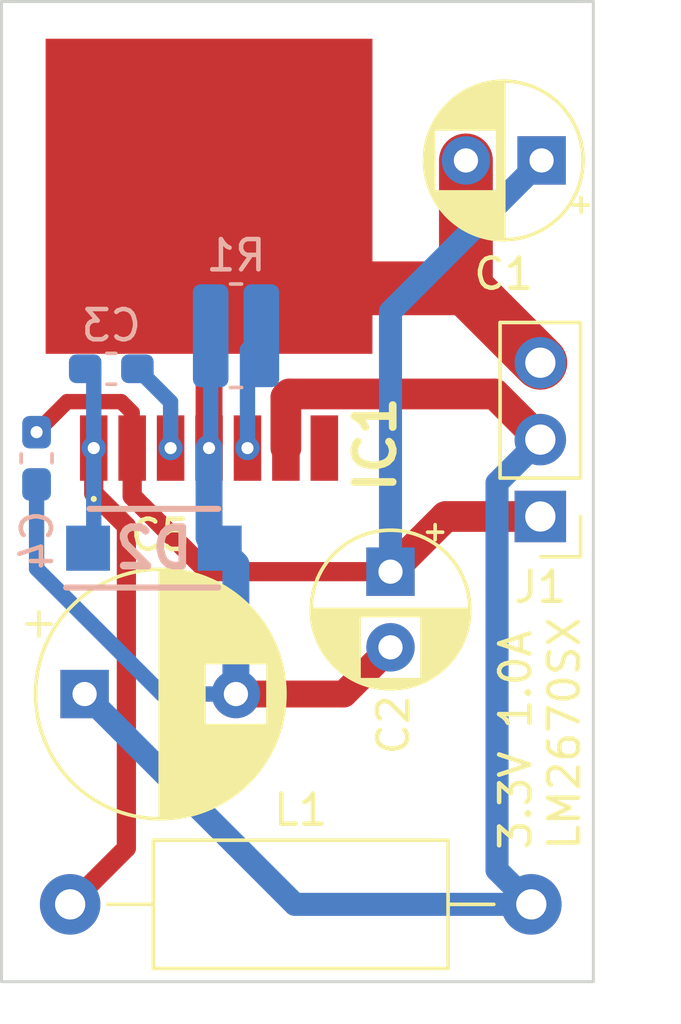
<source format=kicad_pcb>
(kicad_pcb (version 20221018) (generator pcbnew)
  (layers (0 "F.Cu" signal) (31 "B.Cu" signal) (34 "B.Paste" user) (35 "F.Paste" user) (36 "B.SilkS" user "B.Silkscreen") (37 "F.SilkS" user "F.Silkscreen") (38 "B.Mask" user) (39 "F.Mask" user) (44 "Edge.Cuts" user))
  (net 0 "")
  (net 1 "+VDC")
  (net 2 "GND")
  (net 3 "Net-(IC1-CBOOST{slash}CB)")
  (net 4 "Net-(IC1-SWITCH_OUTPUT)")
  (net 5 "+3V3")
  (net 6 "Net-(IC1-SYNC)")
  (footprint "Connector_PinHeader_2.54mm:PinHeader_1x03_P2.54mm_Vertical" (layer "F.Cu") (at 188.7477 101.4702 180)
    (fp_text reference "J1" (at 0 -2.33 180) (layer "F.SilkS"))
    (fp_text value "Conn_01x03")
    (fp_line (start -1.33 -1.33) (end 0 -1.33) (stroke (width 0.12)) (layer "F.SilkS"))
    (fp_line (start -1.33 0) (end -1.33 -1.33) (stroke (width 0.12)) (layer "F.SilkS"))
    (fp_line (start -1.33 1.27) (end -1.33 6.41) (stroke (width 0.12)) (layer "F.SilkS"))
    (fp_line (start -1.33 1.27) (end 1.33 1.27) (stroke (width 0.12)) (layer "F.SilkS"))
    (fp_line (start -1.33 6.41) (end 1.33 6.41) (stroke (width 0.12)) (layer "F.SilkS"))
    (fp_line (start 1.33 1.27) (end 1.33 6.41) (stroke (width 0.12)) (layer "F.SilkS"))
    (pad "1" thru_hole rect (at 0 0 180) (size 1.7 1.7) (drill 1) (layers "*.Cu" "*.Mask") (net 1 "+VDC"))
    (pad "2" thru_hole oval (at 0 2.54 180) (size 1.7 1.7) (drill 1) (layers "*.Cu" "*.Mask") (net 5 "+3V3"))
    (pad "3" thru_hole oval (at 0 5.08 180) (size 1.7 1.7) (drill 1) (layers "*.Cu" "*.Mask") (net 2 "GND"))
  )
  (footprint "Capacitor_THT:CP_Radial_D5.0mm_P2.50mm" (layer "F.Cu") (at 183.796514 103.293055 -90)
    (fp_text reference "C2" (at 5.063043 -0.099899 90) (layer "F.SilkS"))
    (fp_text value "15uF")
    (fp_line (start -1.554775 -1.475) (end -1.054775 -1.475) (stroke (width 0.12)) (layer "F.SilkS"))
    (fp_line (start -1.304775 -1.725) (end -1.304775 -1.225) (stroke (width 0.12)) (layer "F.SilkS"))
    (fp_line (start 1.25 -2.58) (end 1.25 2.58) (stroke (width 0.12)) (layer "F.SilkS"))
    (fp_line (start 1.29 -2.58) (end 1.29 2.58) (stroke (width 0.12)) (layer "F.SilkS"))
    (fp_line (start 1.33 -2.579) (end 1.33 2.579) (stroke (width 0.12)) (layer "F.SilkS"))
    (fp_line (start 1.37 -2.578) (end 1.37 2.578) (stroke (width 0.12)) (layer "F.SilkS"))
    (fp_line (start 1.41 -2.576) (end 1.41 2.576) (stroke (width 0.12)) (layer "F.SilkS"))
    (fp_line (start 1.45 -2.573) (end 1.45 2.573) (stroke (width 0.12)) (layer "F.SilkS"))
    (fp_line (start 1.49 -2.569) (end 1.49 -1.04) (stroke (width 0.12)) (layer "F.SilkS"))
    (fp_line (start 1.49 1.04) (end 1.49 2.569) (stroke (width 0.12)) (layer "F.SilkS"))
    (fp_line (start 1.53 -2.565) (end 1.53 -1.04) (stroke (width 0.12)) (layer "F.SilkS"))
    (fp_line (start 1.53 1.04) (end 1.53 2.565) (stroke (width 0.12)) (layer "F.SilkS"))
    (fp_line (start 1.57 -2.561) (end 1.57 -1.04) (stroke (width 0.12)) (layer "F.SilkS"))
    (fp_line (start 1.57 1.04) (end 1.57 2.561) (stroke (width 0.12)) (layer "F.SilkS"))
    (fp_line (start 1.61 -2.556) (end 1.61 -1.04) (stroke (width 0.12)) (layer "F.SilkS"))
    (fp_line (start 1.61 1.04) (end 1.61 2.556) (stroke (width 0.12)) (layer "F.SilkS"))
    (fp_line (start 1.65 -2.55) (end 1.65 -1.04) (stroke (width 0.12)) (layer "F.SilkS"))
    (fp_line (start 1.65 1.04) (end 1.65 2.55) (stroke (width 0.12)) (layer "F.SilkS"))
    (fp_line (start 1.69 -2.543) (end 1.69 -1.04) (stroke (width 0.12)) (layer "F.SilkS"))
    (fp_line (start 1.69 1.04) (end 1.69 2.543) (stroke (width 0.12)) (layer "F.SilkS"))
    (fp_line (start 1.73 -2.536) (end 1.73 -1.04) (stroke (width 0.12)) (layer "F.SilkS"))
    (fp_line (start 1.73 1.04) (end 1.73 2.536) (stroke (width 0.12)) (layer "F.SilkS"))
    (fp_line (start 1.77 -2.528) (end 1.77 -1.04) (stroke (width 0.12)) (layer "F.SilkS"))
    (fp_line (start 1.77 1.04) (end 1.77 2.528) (stroke (width 0.12)) (layer "F.SilkS"))
    (fp_line (start 1.81 -2.52) (end 1.81 -1.04) (stroke (width 0.12)) (layer "F.SilkS"))
    (fp_line (start 1.81 1.04) (end 1.81 2.52) (stroke (width 0.12)) (layer "F.SilkS"))
    (fp_line (start 1.85 -2.511) (end 1.85 -1.04) (stroke (width 0.12)) (layer "F.SilkS"))
    (fp_line (start 1.85 1.04) (end 1.85 2.511) (stroke (width 0.12)) (layer "F.SilkS"))
    (fp_line (start 1.89 -2.501) (end 1.89 -1.04) (stroke (width 0.12)) (layer "F.SilkS"))
    (fp_line (start 1.89 1.04) (end 1.89 2.501) (stroke (width 0.12)) (layer "F.SilkS"))
    (fp_line (start 1.93 -2.491) (end 1.93 -1.04) (stroke (width 0.12)) (layer "F.SilkS"))
    (fp_line (start 1.93 1.04) (end 1.93 2.491) (stroke (width 0.12)) (layer "F.SilkS"))
    (fp_line (start 1.971 -2.48) (end 1.971 -1.04) (stroke (width 0.12)) (layer "F.SilkS"))
    (fp_line (start 1.971 1.04) (end 1.971 2.48) (stroke (width 0.12)) (layer "F.SilkS"))
    (fp_line (start 2.011 -2.468) (end 2.011 -1.04) (stroke (width 0.12)) (layer "F.SilkS"))
    (fp_line (start 2.011 1.04) (end 2.011 2.468) (stroke (width 0.12)) (layer "F.SilkS"))
    (fp_line (start 2.051 -2.455) (end 2.051 -1.04) (stroke (width 0.12)) (layer "F.SilkS"))
    (fp_line (start 2.051 1.04) (end 2.051 2.455) (stroke (width 0.12)) (layer "F.SilkS"))
    (fp_line (start 2.091 -2.442) (end 2.091 -1.04) (stroke (width 0.12)) (layer "F.SilkS"))
    (fp_line (start 2.091 1.04) (end 2.091 2.442) (stroke (width 0.12)) (layer "F.SilkS"))
    (fp_line (start 2.131 -2.428) (end 2.131 -1.04) (stroke (width 0.12)) (layer "F.SilkS"))
    (fp_line (start 2.131 1.04) (end 2.131 2.428) (stroke (width 0.12)) (layer "F.SilkS"))
    (fp_line (start 2.171 -2.414) (end 2.171 -1.04) (stroke (width 0.12)) (layer "F.SilkS"))
    (fp_line (start 2.171 1.04) (end 2.171 2.414) (stroke (width 0.12)) (layer "F.SilkS"))
    (fp_line (start 2.211 -2.398) (end 2.211 -1.04) (stroke (width 0.12)) (layer "F.SilkS"))
    (fp_line (start 2.211 1.04) (end 2.211 2.398) (stroke (width 0.12)) (layer "F.SilkS"))
    (fp_line (start 2.251 -2.382) (end 2.251 -1.04) (stroke (width 0.12)) (layer "F.SilkS"))
    (fp_line (start 2.251 1.04) (end 2.251 2.382) (stroke (width 0.12)) (layer "F.SilkS"))
    (fp_line (start 2.291 -2.365) (end 2.291 -1.04) (stroke (width 0.12)) (layer "F.SilkS"))
    (fp_line (start 2.291 1.04) (end 2.291 2.365) (stroke (width 0.12)) (layer "F.SilkS"))
    (fp_line (start 2.331 -2.348) (end 2.331 -1.04) (stroke (width 0.12)) (layer "F.SilkS"))
    (fp_line (start 2.331 1.04) (end 2.331 2.348) (stroke (width 0.12)) (layer "F.SilkS"))
    (fp_line (start 2.371 -2.329) (end 2.371 -1.04) (stroke (width 0.12)) (layer "F.SilkS"))
    (fp_line (start 2.371 1.04) (end 2.371 2.329) (stroke (width 0.12)) (layer "F.SilkS"))
    (fp_line (start 2.411 -2.31) (end 2.411 -1.04) (stroke (width 0.12)) (layer "F.SilkS"))
    (fp_line (start 2.411 1.04) (end 2.411 2.31) (stroke (width 0.12)) (layer "F.SilkS"))
    (fp_line (start 2.451 -2.29) (end 2.451 -1.04) (stroke (width 0.12)) (layer "F.SilkS"))
    (fp_line (start 2.451 1.04) (end 2.451 2.29) (stroke (width 0.12)) (layer "F.SilkS"))
    (fp_line (start 2.491 -2.268) (end 2.491 -1.04) (stroke (width 0.12)) (layer "F.SilkS"))
    (fp_line (start 2.491 1.04) (end 2.491 2.268) (stroke (width 0.12)) (layer "F.SilkS"))
    (fp_line (start 2.531 -2.247) (end 2.531 -1.04) (stroke (width 0.12)) (layer "F.SilkS"))
    (fp_line (start 2.531 1.04) (end 2.531 2.247) (stroke (width 0.12)) (layer "F.SilkS"))
    (fp_line (start 2.571 -2.224) (end 2.571 -1.04) (stroke (width 0.12)) (layer "F.SilkS"))
    (fp_line (start 2.571 1.04) (end 2.571 2.224) (stroke (width 0.12)) (layer "F.SilkS"))
    (fp_line (start 2.611 -2.2) (end 2.611 -1.04) (stroke (width 0.12)) (layer "F.SilkS"))
    (fp_line (start 2.611 1.04) (end 2.611 2.2) (stroke (width 0.12)) (layer "F.SilkS"))
    (fp_line (start 2.651 -2.175) (end 2.651 -1.04) (stroke (width 0.12)) (layer "F.SilkS"))
    (fp_line (start 2.651 1.04) (end 2.651 2.175) (stroke (width 0.12)) (layer "F.SilkS"))
    (fp_line (start 2.691 -2.149) (end 2.691 -1.04) (stroke (width 0.12)) (layer "F.SilkS"))
    (fp_line (start 2.691 1.04) (end 2.691 2.149) (stroke (width 0.12)) (layer "F.SilkS"))
    (fp_line (start 2.731 -2.122) (end 2.731 -1.04) (stroke (width 0.12)) (layer "F.SilkS"))
    (fp_line (start 2.731 1.04) (end 2.731 2.122) (stroke (width 0.12)) (layer "F.SilkS"))
    (fp_line (start 2.771 -2.095) (end 2.771 -1.04) (stroke (width 0.12)) (layer "F.SilkS"))
    (fp_line (start 2.771 1.04) (end 2.771 2.095) (stroke (width 0.12)) (layer "F.SilkS"))
    (fp_line (start 2.811 -2.065) (end 2.811 -1.04) (stroke (width 0.12)) (layer "F.SilkS"))
    (fp_line (start 2.811 1.04) (end 2.811 2.065) (stroke (width 0.12)) (layer "F.SilkS"))
    (fp_line (start 2.851 -2.035) (end 2.851 -1.04) (stroke (width 0.12)) (layer "F.SilkS"))
    (fp_line (start 2.851 1.04) (end 2.851 2.035) (stroke (width 0.12)) (layer "F.SilkS"))
    (fp_line (start 2.891 -2.004) (end 2.891 -1.04) (stroke (width 0.12)) (layer "F.SilkS"))
    (fp_line (start 2.891 1.04) (end 2.891 2.004) (stroke (width 0.12)) (layer "F.SilkS"))
    (fp_line (start 2.931 -1.971) (end 2.931 -1.04) (stroke (width 0.12)) (layer "F.SilkS"))
    (fp_line (start 2.931 1.04) (end 2.931 1.971) (stroke (width 0.12)) (layer "F.SilkS"))
    (fp_line (start 2.971 -1.937) (end 2.971 -1.04) (stroke (width 0.12)) (layer "F.SilkS"))
    (fp_line (start 2.971 1.04) (end 2.971 1.937) (stroke (width 0.12)) (layer "F.SilkS"))
    (fp_line (start 3.011 -1.901) (end 3.011 -1.04) (stroke (width 0.12)) (layer "F.SilkS"))
    (fp_line (start 3.011 1.04) (end 3.011 1.901) (stroke (width 0.12)) (layer "F.SilkS"))
    (fp_line (start 3.051 -1.864) (end 3.051 -1.04) (stroke (width 0.12)) (layer "F.SilkS"))
    (fp_line (start 3.051 1.04) (end 3.051 1.864) (stroke (width 0.12)) (layer "F.SilkS"))
    (fp_line (start 3.091 -1.826) (end 3.091 -1.04) (stroke (width 0.12)) (layer "F.SilkS"))
    (fp_line (start 3.091 1.04) (end 3.091 1.826) (stroke (width 0.12)) (layer "F.SilkS"))
    (fp_line (start 3.131 -1.785) (end 3.131 -1.04) (stroke (width 0.12)) (layer "F.SilkS"))
    (fp_line (start 3.131 1.04) (end 3.131 1.785) (stroke (width 0.12)) (layer "F.SilkS"))
    (fp_line (start 3.171 -1.743) (end 3.171 -1.04) (stroke (width 0.12)) (layer "F.SilkS"))
    (fp_line (start 3.171 1.04) (end 3.171 1.743) (stroke (width 0.12)) (layer "F.SilkS"))
    (fp_line (start 3.211 -1.699) (end 3.211 -1.04) (stroke (width 0.12)) (layer "F.SilkS"))
    (fp_line (start 3.211 1.04) (end 3.211 1.699) (stroke (width 0.12)) (layer "F.SilkS"))
    (fp_line (start 3.251 -1.653) (end 3.251 -1.04) (stroke (width 0.12)) (layer "F.SilkS"))
    (fp_line (start 3.251 1.04) (end 3.251 1.653) (stroke (width 0.12)) (layer "F.SilkS"))
    (fp_line (start 3.291 -1.605) (end 3.291 -1.04) (stroke (width 0.12)) (layer "F.SilkS"))
    (fp_line (start 3.291 1.04) (end 3.291 1.605) (stroke (width 0.12)) (layer "F.SilkS"))
    (fp_line (start 3.331 -1.554) (end 3.331 -1.04) (stroke (width 0.12)) (layer "F.SilkS"))
    (fp_line (start 3.331 1.04) (end 3.331 1.554) (stroke (width 0.12)) (layer "F.SilkS"))
    (fp_line (start 3.371 -1.5) (end 3.371 -1.04) (stroke (width 0.12)) (layer "F.SilkS"))
    (fp_line (start 3.371 1.04) (end 3.371 1.5) (stroke (width 0.12)) (layer "F.SilkS"))
    (fp_line (start 3.411 -1.443) (end 3.411 -1.04) (stroke (width 0.12)) (layer "F.SilkS"))
    (fp_line (start 3.411 1.04) (end 3.411 1.443) (stroke (width 0.12)) (layer "F.SilkS"))
    (fp_line (start 3.451 -1.383) (end 3.451 -1.04) (stroke (width 0.12)) (layer "F.SilkS"))
    (fp_line (start 3.451 1.04) (end 3.451 1.383) (stroke (width 0.12)) (layer "F.SilkS"))
    (fp_line (start 3.491 -1.319) (end 3.491 -1.04) (stroke (width 0.12)) (layer "F.SilkS"))
    (fp_line (start 3.491 1.04) (end 3.491 1.319) (stroke (width 0.12)) (layer "F.SilkS"))
    (fp_line (start 3.531 -1.251) (end 3.531 -1.04) (stroke (width 0.12)) (layer "F.SilkS"))
    (fp_line (start 3.531 1.04) (end 3.531 1.251) (stroke (width 0.12)) (layer "F.SilkS"))
    (fp_line (start 3.571 -1.178) (end 3.571 1.178) (stroke (width 0.12)) (layer "F.SilkS"))
    (fp_line (start 3.611 -1.098) (end 3.611 1.098) (stroke (width 0.12)) (layer "F.SilkS"))
    (fp_line (start 3.651 -1.011) (end 3.651 1.011) (stroke (width 0.12)) (layer "F.SilkS"))
    (fp_line (start 3.691 -0.915) (end 3.691 0.915) (stroke (width 0.12)) (layer "F.SilkS"))
    (fp_line (start 3.731 -0.805) (end 3.731 0.805) (stroke (width 0.12)) (layer "F.SilkS"))
    (fp_line (start 3.771 -0.677) (end 3.771 0.677) (stroke (width 0.12)) (layer "F.SilkS"))
    (fp_line (start 3.811 -0.518) (end 3.811 0.518) (stroke (width 0.12)) (layer "F.SilkS"))
    (fp_line (start 3.851 -0.284) (end 3.851 0.284) (stroke (width 0.12)) (layer "F.SilkS"))
    (fp_circle (center 1.25 0) (end 3.87 0) (stroke (width 0.12)) (fill none) (layer "F.SilkS"))
    (pad "1" thru_hole rect (at 0 0 270) (size 1.6 1.6) (drill 0.8) (layers "*.Cu" "*.Mask") (net 1 "+VDC"))
    (pad "2" thru_hole circle (at 2.5 0 270) (size 1.6 1.6) (drill 0.8) (layers "*.Cu" "*.Mask") (net 2 "GND"))
  )
  (footprint "Capacitor_THT:CP_Radial_D5.0mm_P2.50mm" (layer "F.Cu") (at 188.788945 89.705684 180)
    (fp_text reference "C1" (at 1.25 -3.75) (layer "F.SilkS"))
    (fp_text value "15uF")
    (fp_line (start -1.554775 -1.475) (end -1.054775 -1.475) (stroke (width 0.12)) (layer "F.SilkS"))
    (fp_line (start -1.304775 -1.725) (end -1.304775 -1.225) (stroke (width 0.12)) (layer "F.SilkS"))
    (fp_line (start 1.25 -2.58) (end 1.25 2.58) (stroke (width 0.12)) (layer "F.SilkS"))
    (fp_line (start 1.29 -2.58) (end 1.29 2.58) (stroke (width 0.12)) (layer "F.SilkS"))
    (fp_line (start 1.33 -2.579) (end 1.33 2.579) (stroke (width 0.12)) (layer "F.SilkS"))
    (fp_line (start 1.37 -2.578) (end 1.37 2.578) (stroke (width 0.12)) (layer "F.SilkS"))
    (fp_line (start 1.41 -2.576) (end 1.41 2.576) (stroke (width 0.12)) (layer "F.SilkS"))
    (fp_line (start 1.45 -2.573) (end 1.45 2.573) (stroke (width 0.12)) (layer "F.SilkS"))
    (fp_line (start 1.49 -2.569) (end 1.49 -1.04) (stroke (width 0.12)) (layer "F.SilkS"))
    (fp_line (start 1.49 1.04) (end 1.49 2.569) (stroke (width 0.12)) (layer "F.SilkS"))
    (fp_line (start 1.53 -2.565) (end 1.53 -1.04) (stroke (width 0.12)) (layer "F.SilkS"))
    (fp_line (start 1.53 1.04) (end 1.53 2.565) (stroke (width 0.12)) (layer "F.SilkS"))
    (fp_line (start 1.57 -2.561) (end 1.57 -1.04) (stroke (width 0.12)) (layer "F.SilkS"))
    (fp_line (start 1.57 1.04) (end 1.57 2.561) (stroke (width 0.12)) (layer "F.SilkS"))
    (fp_line (start 1.61 -2.556) (end 1.61 -1.04) (stroke (width 0.12)) (layer "F.SilkS"))
    (fp_line (start 1.61 1.04) (end 1.61 2.556) (stroke (width 0.12)) (layer "F.SilkS"))
    (fp_line (start 1.65 -2.55) (end 1.65 -1.04) (stroke (width 0.12)) (layer "F.SilkS"))
    (fp_line (start 1.65 1.04) (end 1.65 2.55) (stroke (width 0.12)) (layer "F.SilkS"))
    (fp_line (start 1.69 -2.543) (end 1.69 -1.04) (stroke (width 0.12)) (layer "F.SilkS"))
    (fp_line (start 1.69 1.04) (end 1.69 2.543) (stroke (width 0.12)) (layer "F.SilkS"))
    (fp_line (start 1.73 -2.536) (end 1.73 -1.04) (stroke (width 0.12)) (layer "F.SilkS"))
    (fp_line (start 1.73 1.04) (end 1.73 2.536) (stroke (width 0.12)) (layer "F.SilkS"))
    (fp_line (start 1.77 -2.528) (end 1.77 -1.04) (stroke (width 0.12)) (layer "F.SilkS"))
    (fp_line (start 1.77 1.04) (end 1.77 2.528) (stroke (width 0.12)) (layer "F.SilkS"))
    (fp_line (start 1.81 -2.52) (end 1.81 -1.04) (stroke (width 0.12)) (layer "F.SilkS"))
    (fp_line (start 1.81 1.04) (end 1.81 2.52) (stroke (width 0.12)) (layer "F.SilkS"))
    (fp_line (start 1.85 -2.511) (end 1.85 -1.04) (stroke (width 0.12)) (layer "F.SilkS"))
    (fp_line (start 1.85 1.04) (end 1.85 2.511) (stroke (width 0.12)) (layer "F.SilkS"))
    (fp_line (start 1.89 -2.501) (end 1.89 -1.04) (stroke (width 0.12)) (layer "F.SilkS"))
    (fp_line (start 1.89 1.04) (end 1.89 2.501) (stroke (width 0.12)) (layer "F.SilkS"))
    (fp_line (start 1.93 -2.491) (end 1.93 -1.04) (stroke (width 0.12)) (layer "F.SilkS"))
    (fp_line (start 1.93 1.04) (end 1.93 2.491) (stroke (width 0.12)) (layer "F.SilkS"))
    (fp_line (start 1.971 -2.48) (end 1.971 -1.04) (stroke (width 0.12)) (layer "F.SilkS"))
    (fp_line (start 1.971 1.04) (end 1.971 2.48) (stroke (width 0.12)) (layer "F.SilkS"))
    (fp_line (start 2.011 -2.468) (end 2.011 -1.04) (stroke (width 0.12)) (layer "F.SilkS"))
    (fp_line (start 2.011 1.04) (end 2.011 2.468) (stroke (width 0.12)) (layer "F.SilkS"))
    (fp_line (start 2.051 -2.455) (end 2.051 -1.04) (stroke (width 0.12)) (layer "F.SilkS"))
    (fp_line (start 2.051 1.04) (end 2.051 2.455) (stroke (width 0.12)) (layer "F.SilkS"))
    (fp_line (start 2.091 -2.442) (end 2.091 -1.04) (stroke (width 0.12)) (layer "F.SilkS"))
    (fp_line (start 2.091 1.04) (end 2.091 2.442) (stroke (width 0.12)) (layer "F.SilkS"))
    (fp_line (start 2.131 -2.428) (end 2.131 -1.04) (stroke (width 0.12)) (layer "F.SilkS"))
    (fp_line (start 2.131 1.04) (end 2.131 2.428) (stroke (width 0.12)) (layer "F.SilkS"))
    (fp_line (start 2.171 -2.414) (end 2.171 -1.04) (stroke (width 0.12)) (layer "F.SilkS"))
    (fp_line (start 2.171 1.04) (end 2.171 2.414) (stroke (width 0.12)) (layer "F.SilkS"))
    (fp_line (start 2.211 -2.398) (end 2.211 -1.04) (stroke (width 0.12)) (layer "F.SilkS"))
    (fp_line (start 2.211 1.04) (end 2.211 2.398) (stroke (width 0.12)) (layer "F.SilkS"))
    (fp_line (start 2.251 -2.382) (end 2.251 -1.04) (stroke (width 0.12)) (layer "F.SilkS"))
    (fp_line (start 2.251 1.04) (end 2.251 2.382) (stroke (width 0.12)) (layer "F.SilkS"))
    (fp_line (start 2.291 -2.365) (end 2.291 -1.04) (stroke (width 0.12)) (layer "F.SilkS"))
    (fp_line (start 2.291 1.04) (end 2.291 2.365) (stroke (width 0.12)) (layer "F.SilkS"))
    (fp_line (start 2.331 -2.348) (end 2.331 -1.04) (stroke (width 0.12)) (layer "F.SilkS"))
    (fp_line (start 2.331 1.04) (end 2.331 2.348) (stroke (width 0.12)) (layer "F.SilkS"))
    (fp_line (start 2.371 -2.329) (end 2.371 -1.04) (stroke (width 0.12)) (layer "F.SilkS"))
    (fp_line (start 2.371 1.04) (end 2.371 2.329) (stroke (width 0.12)) (layer "F.SilkS"))
    (fp_line (start 2.411 -2.31) (end 2.411 -1.04) (stroke (width 0.12)) (layer "F.SilkS"))
    (fp_line (start 2.411 1.04) (end 2.411 2.31) (stroke (width 0.12)) (layer "F.SilkS"))
    (fp_line (start 2.451 -2.29) (end 2.451 -1.04) (stroke (width 0.12)) (layer "F.SilkS"))
    (fp_line (start 2.451 1.04) (end 2.451 2.29) (stroke (width 0.12)) (layer "F.SilkS"))
    (fp_line (start 2.491 -2.268) (end 2.491 -1.04) (stroke (width 0.12)) (layer "F.SilkS"))
    (fp_line (start 2.491 1.04) (end 2.491 2.268) (stroke (width 0.12)) (layer "F.SilkS"))
    (fp_line (start 2.531 -2.247) (end 2.531 -1.04) (stroke (width 0.12)) (layer "F.SilkS"))
    (fp_line (start 2.531 1.04) (end 2.531 2.247) (stroke (width 0.12)) (layer "F.SilkS"))
    (fp_line (start 2.571 -2.224) (end 2.571 -1.04) (stroke (width 0.12)) (layer "F.SilkS"))
    (fp_line (start 2.571 1.04) (end 2.571 2.224) (stroke (width 0.12)) (layer "F.SilkS"))
    (fp_line (start 2.611 -2.2) (end 2.611 -1.04) (stroke (width 0.12)) (layer "F.SilkS"))
    (fp_line (start 2.611 1.04) (end 2.611 2.2) (stroke (width 0.12)) (layer "F.SilkS"))
    (fp_line (start 2.651 -2.175) (end 2.651 -1.04) (stroke (width 0.12)) (layer "F.SilkS"))
    (fp_line (start 2.651 1.04) (end 2.651 2.175) (stroke (width 0.12)) (layer "F.SilkS"))
    (fp_line (start 2.691 -2.149) (end 2.691 -1.04) (stroke (width 0.12)) (layer "F.SilkS"))
    (fp_line (start 2.691 1.04) (end 2.691 2.149) (stroke (width 0.12)) (layer "F.SilkS"))
    (fp_line (start 2.731 -2.122) (end 2.731 -1.04) (stroke (width 0.12)) (layer "F.SilkS"))
    (fp_line (start 2.731 1.04) (end 2.731 2.122) (stroke (width 0.12)) (layer "F.SilkS"))
    (fp_line (start 2.771 -2.095) (end 2.771 -1.04) (stroke (width 0.12)) (layer "F.SilkS"))
    (fp_line (start 2.771 1.04) (end 2.771 2.095) (stroke (width 0.12)) (layer "F.SilkS"))
    (fp_line (start 2.811 -2.065) (end 2.811 -1.04) (stroke (width 0.12)) (layer "F.SilkS"))
    (fp_line (start 2.811 1.04) (end 2.811 2.065) (stroke (width 0.12)) (layer "F.SilkS"))
    (fp_line (start 2.851 -2.035) (end 2.851 -1.04) (stroke (width 0.12)) (layer "F.SilkS"))
    (fp_line (start 2.851 1.04) (end 2.851 2.035) (stroke (width 0.12)) (layer "F.SilkS"))
    (fp_line (start 2.891 -2.004) (end 2.891 -1.04) (stroke (width 0.12)) (layer "F.SilkS"))
    (fp_line (start 2.891 1.04) (end 2.891 2.004) (stroke (width 0.12)) (layer "F.SilkS"))
    (fp_line (start 2.931 -1.971) (end 2.931 -1.04) (stroke (width 0.12)) (layer "F.SilkS"))
    (fp_line (start 2.931 1.04) (end 2.931 1.971) (stroke (width 0.12)) (layer "F.SilkS"))
    (fp_line (start 2.971 -1.937) (end 2.971 -1.04) (stroke (width 0.12)) (layer "F.SilkS"))
    (fp_line (start 2.971 1.04) (end 2.971 1.937) (stroke (width 0.12)) (layer "F.SilkS"))
    (fp_line (start 3.011 -1.901) (end 3.011 -1.04) (stroke (width 0.12)) (layer "F.SilkS"))
    (fp_line (start 3.011 1.04) (end 3.011 1.901) (stroke (width 0.12)) (layer "F.SilkS"))
    (fp_line (start 3.051 -1.864) (end 3.051 -1.04) (stroke (width 0.12)) (layer "F.SilkS"))
    (fp_line (start 3.051 1.04) (end 3.051 1.864) (stroke (width 0.12)) (layer "F.SilkS"))
    (fp_line (start 3.091 -1.826) (end 3.091 -1.04) (stroke (width 0.12)) (layer "F.SilkS"))
    (fp_line (start 3.091 1.04) (end 3.091 1.826) (stroke (width 0.12)) (layer "F.SilkS"))
    (fp_line (start 3.131 -1.785) (end 3.131 -1.04) (stroke (width 0.12)) (layer "F.SilkS"))
    (fp_line (start 3.131 1.04) (end 3.131 1.785) (stroke (width 0.12)) (layer "F.SilkS"))
    (fp_line (start 3.171 -1.743) (end 3.171 -1.04) (stroke (width 0.12)) (layer "F.SilkS"))
    (fp_line (start 3.171 1.04) (end 3.171 1.743) (stroke (width 0.12)) (layer "F.SilkS"))
    (fp_line (start 3.211 -1.699) (end 3.211 -1.04) (stroke (width 0.12)) (layer "F.SilkS"))
    (fp_line (start 3.211 1.04) (end 3.211 1.699) (stroke (width 0.12)) (layer "F.SilkS"))
    (fp_line (start 3.251 -1.653) (end 3.251 -1.04) (stroke (width 0.12)) (layer "F.SilkS"))
    (fp_line (start 3.251 1.04) (end 3.251 1.653) (stroke (width 0.12)) (layer "F.SilkS"))
    (fp_line (start 3.291 -1.605) (end 3.291 -1.04) (stroke (width 0.12)) (layer "F.SilkS"))
    (fp_line (start 3.291 1.04) (end 3.291 1.605) (stroke (width 0.12)) (layer "F.SilkS"))
    (fp_line (start 3.331 -1.554) (end 3.331 -1.04) (stroke (width 0.12)) (layer "F.SilkS"))
    (fp_line (start 3.331 1.04) (end 3.331 1.554) (stroke (width 0.12)) (layer "F.SilkS"))
    (fp_line (start 3.371 -1.5) (end 3.371 -1.04) (stroke (width 0.12)) (layer "F.SilkS"))
    (fp_line (start 3.371 1.04) (end 3.371 1.5) (stroke (width 0.12)) (layer "F.SilkS"))
    (fp_line (start 3.411 -1.443) (end 3.411 -1.04) (stroke (width 0.12)) (layer "F.SilkS"))
    (fp_line (start 3.411 1.04) (end 3.411 1.443) (stroke (width 0.12)) (layer "F.SilkS"))
    (fp_line (start 3.451 -1.383) (end 3.451 -1.04) (stroke (width 0.12)) (layer "F.SilkS"))
    (fp_line (start 3.451 1.04) (end 3.451 1.383) (stroke (width 0.12)) (layer "F.SilkS"))
    (fp_line (start 3.491 -1.319) (end 3.491 -1.04) (stroke (width 0.12)) (layer "F.SilkS"))
    (fp_line (start 3.491 1.04) (end 3.491 1.319) (stroke (width 0.12)) (layer "F.SilkS"))
    (fp_line (start 3.531 -1.251) (end 3.531 -1.04) (stroke (width 0.12)) (layer "F.SilkS"))
    (fp_line (start 3.531 1.04) (end 3.531 1.251) (stroke (width 0.12)) (layer "F.SilkS"))
    (fp_line (start 3.571 -1.178) (end 3.571 1.178) (stroke (width 0.12)) (layer "F.SilkS"))
    (fp_line (start 3.611 -1.098) (end 3.611 1.098) (stroke (width 0.12)) (layer "F.SilkS"))
    (fp_line (start 3.651 -1.011) (end 3.651 1.011) (stroke (width 0.12)) (layer "F.SilkS"))
    (fp_line (start 3.691 -0.915) (end 3.691 0.915) (stroke (width 0.12)) (layer "F.SilkS"))
    (fp_line (start 3.731 -0.805) (end 3.731 0.805) (stroke (width 0.12)) (layer "F.SilkS"))
    (fp_line (start 3.771 -0.677) (end 3.771 0.677) (stroke (width 0.12)) (layer "F.SilkS"))
    (fp_line (start 3.811 -0.518) (end 3.811 0.518) (stroke (width 0.12)) (layer "F.SilkS"))
    (fp_line (start 3.851 -0.284) (end 3.851 0.284) (stroke (width 0.12)) (layer "F.SilkS"))
    (fp_circle (center 1.25 0) (end 3.87 0) (stroke (width 0.12)) (fill none) (layer "F.SilkS"))
    (pad "1" thru_hole rect (at 0 0 180) (size 1.6 1.6) (drill 0.8) (layers "*.Cu" "*.Mask") (net 1 "+VDC"))
    (pad "2" thru_hole circle (at 2.5 0 180) (size 1.6 1.6) (drill 0.8) (layers "*.Cu" "*.Mask") (net 2 "GND"))
  )
  (footprint "Capacitor_THT:CP_Radial_D8.0mm_P5.00mm" (layer "F.Cu") (at 173.687637 107.336169)
    (fp_text reference "C5" (at 2.5 -5.25) (layer "F.SilkS"))
    (fp_text value "120uF")
    (fp_line (start -1.909698 -2.315) (end -1.109698 -2.315) (stroke (width 0.12)) (layer "F.SilkS"))
    (fp_line (start -1.509698 -2.715) (end -1.509698 -1.915) (stroke (width 0.12)) (layer "F.SilkS"))
    (fp_line (start 2.5 -4.08) (end 2.5 4.08) (stroke (width 0.12)) (layer "F.SilkS"))
    (fp_line (start 2.54 -4.08) (end 2.54 4.08) (stroke (width 0.12)) (layer "F.SilkS"))
    (fp_line (start 2.58 -4.08) (end 2.58 4.08) (stroke (width 0.12)) (layer "F.SilkS"))
    (fp_line (start 2.62 -4.079) (end 2.62 4.079) (stroke (width 0.12)) (layer "F.SilkS"))
    (fp_line (start 2.66 -4.077) (end 2.66 4.077) (stroke (width 0.12)) (layer "F.SilkS"))
    (fp_line (start 2.7 -4.076) (end 2.7 4.076) (stroke (width 0.12)) (layer "F.SilkS"))
    (fp_line (start 2.74 -4.074) (end 2.74 4.074) (stroke (width 0.12)) (layer "F.SilkS"))
    (fp_line (start 2.78 -4.071) (end 2.78 4.071) (stroke (width 0.12)) (layer "F.SilkS"))
    (fp_line (start 2.82 -4.068) (end 2.82 4.068) (stroke (width 0.12)) (layer "F.SilkS"))
    (fp_line (start 2.86 -4.065) (end 2.86 4.065) (stroke (width 0.12)) (layer "F.SilkS"))
    (fp_line (start 2.9 -4.061) (end 2.9 4.061) (stroke (width 0.12)) (layer "F.SilkS"))
    (fp_line (start 2.94 -4.057) (end 2.94 4.057) (stroke (width 0.12)) (layer "F.SilkS"))
    (fp_line (start 2.98 -4.052) (end 2.98 4.052) (stroke (width 0.12)) (layer "F.SilkS"))
    (fp_line (start 3.02 -4.048) (end 3.02 4.048) (stroke (width 0.12)) (layer "F.SilkS"))
    (fp_line (start 3.06 -4.042) (end 3.06 4.042) (stroke (width 0.12)) (layer "F.SilkS"))
    (fp_line (start 3.1 -4.037) (end 3.1 4.037) (stroke (width 0.12)) (layer "F.SilkS"))
    (fp_line (start 3.14 -4.03) (end 3.14 4.03) (stroke (width 0.12)) (layer "F.SilkS"))
    (fp_line (start 3.18 -4.024) (end 3.18 4.024) (stroke (width 0.12)) (layer "F.SilkS"))
    (fp_line (start 3.221 -4.017) (end 3.221 4.017) (stroke (width 0.12)) (layer "F.SilkS"))
    (fp_line (start 3.261 -4.01) (end 3.261 4.01) (stroke (width 0.12)) (layer "F.SilkS"))
    (fp_line (start 3.301 -4.002) (end 3.301 4.002) (stroke (width 0.12)) (layer "F.SilkS"))
    (fp_line (start 3.341 -3.994) (end 3.341 3.994) (stroke (width 0.12)) (layer "F.SilkS"))
    (fp_line (start 3.381 -3.985) (end 3.381 3.985) (stroke (width 0.12)) (layer "F.SilkS"))
    (fp_line (start 3.421 -3.976) (end 3.421 3.976) (stroke (width 0.12)) (layer "F.SilkS"))
    (fp_line (start 3.461 -3.967) (end 3.461 3.967) (stroke (width 0.12)) (layer "F.SilkS"))
    (fp_line (start 3.501 -3.957) (end 3.501 3.957) (stroke (width 0.12)) (layer "F.SilkS"))
    (fp_line (start 3.541 -3.947) (end 3.541 3.947) (stroke (width 0.12)) (layer "F.SilkS"))
    (fp_line (start 3.581 -3.936) (end 3.581 3.936) (stroke (width 0.12)) (layer "F.SilkS"))
    (fp_line (start 3.621 -3.925) (end 3.621 3.925) (stroke (width 0.12)) (layer "F.SilkS"))
    (fp_line (start 3.661 -3.914) (end 3.661 3.914) (stroke (width 0.12)) (layer "F.SilkS"))
    (fp_line (start 3.701 -3.902) (end 3.701 3.902) (stroke (width 0.12)) (layer "F.SilkS"))
    (fp_line (start 3.741 -3.889) (end 3.741 3.889) (stroke (width 0.12)) (layer "F.SilkS"))
    (fp_line (start 3.781 -3.877) (end 3.781 3.877) (stroke (width 0.12)) (layer "F.SilkS"))
    (fp_line (start 3.821 -3.863) (end 3.821 3.863) (stroke (width 0.12)) (layer "F.SilkS"))
    (fp_line (start 3.861 -3.85) (end 3.861 3.85) (stroke (width 0.12)) (layer "F.SilkS"))
    (fp_line (start 3.901 -3.835) (end 3.901 3.835) (stroke (width 0.12)) (layer "F.SilkS"))
    (fp_line (start 3.941 -3.821) (end 3.941 3.821) (stroke (width 0.12)) (layer "F.SilkS"))
    (fp_line (start 3.981 -3.805) (end 3.981 -1.04) (stroke (width 0.12)) (layer "F.SilkS"))
    (fp_line (start 3.981 1.04) (end 3.981 3.805) (stroke (width 0.12)) (layer "F.SilkS"))
    (fp_line (start 4.021 -3.79) (end 4.021 -1.04) (stroke (width 0.12)) (layer "F.SilkS"))
    (fp_line (start 4.021 1.04) (end 4.021 3.79) (stroke (width 0.12)) (layer "F.SilkS"))
    (fp_line (start 4.061 -3.774) (end 4.061 -1.04) (stroke (width 0.12)) (layer "F.SilkS"))
    (fp_line (start 4.061 1.04) (end 4.061 3.774) (stroke (width 0.12)) (layer "F.SilkS"))
    (fp_line (start 4.101 -3.757) (end 4.101 -1.04) (stroke (width 0.12)) (layer "F.SilkS"))
    (fp_line (start 4.101 1.04) (end 4.101 3.757) (stroke (width 0.12)) (layer "F.SilkS"))
    (fp_line (start 4.141 -3.74) (end 4.141 -1.04) (stroke (width 0.12)) (layer "F.SilkS"))
    (fp_line (start 4.141 1.04) (end 4.141 3.74) (stroke (width 0.12)) (layer "F.SilkS"))
    (fp_line (start 4.181 -3.722) (end 4.181 -1.04) (stroke (width 0.12)) (layer "F.SilkS"))
    (fp_line (start 4.181 1.04) (end 4.181 3.722) (stroke (width 0.12)) (layer "F.SilkS"))
    (fp_line (start 4.221 -3.704) (end 4.221 -1.04) (stroke (width 0.12)) (layer "F.SilkS"))
    (fp_line (start 4.221 1.04) (end 4.221 3.704) (stroke (width 0.12)) (layer "F.SilkS"))
    (fp_line (start 4.261 -3.686) (end 4.261 -1.04) (stroke (width 0.12)) (layer "F.SilkS"))
    (fp_line (start 4.261 1.04) (end 4.261 3.686) (stroke (width 0.12)) (layer "F.SilkS"))
    (fp_line (start 4.301 -3.666) (end 4.301 -1.04) (stroke (width 0.12)) (layer "F.SilkS"))
    (fp_line (start 4.301 1.04) (end 4.301 3.666) (stroke (width 0.12)) (layer "F.SilkS"))
    (fp_line (start 4.341 -3.647) (end 4.341 -1.04) (stroke (width 0.12)) (layer "F.SilkS"))
    (fp_line (start 4.341 1.04) (end 4.341 3.647) (stroke (width 0.12)) (layer "F.SilkS"))
    (fp_line (start 4.381 -3.627) (end 4.381 -1.04) (stroke (width 0.12)) (layer "F.SilkS"))
    (fp_line (start 4.381 1.04) (end 4.381 3.627) (stroke (width 0.12)) (layer "F.SilkS"))
    (fp_line (start 4.421 -3.606) (end 4.421 -1.04) (stroke (width 0.12)) (layer "F.SilkS"))
    (fp_line (start 4.421 1.04) (end 4.421 3.606) (stroke (width 0.12)) (layer "F.SilkS"))
    (fp_line (start 4.461 -3.584) (end 4.461 -1.04) (stroke (width 0.12)) (layer "F.SilkS"))
    (fp_line (start 4.461 1.04) (end 4.461 3.584) (stroke (width 0.12)) (layer "F.SilkS"))
    (fp_line (start 4.501 -3.562) (end 4.501 -1.04) (stroke (width 0.12)) (layer "F.SilkS"))
    (fp_line (start 4.501 1.04) (end 4.501 3.562) (stroke (width 0.12)) (layer "F.SilkS"))
    (fp_line (start 4.541 -3.54) (end 4.541 -1.04) (stroke (width 0.12)) (layer "F.SilkS"))
    (fp_line (start 4.541 1.04) (end 4.541 3.54) (stroke (width 0.12)) (layer "F.SilkS"))
    (fp_line (start 4.581 -3.517) (end 4.581 -1.04) (stroke (width 0.12)) (layer "F.SilkS"))
    (fp_line (start 4.581 1.04) (end 4.581 3.517) (stroke (width 0.12)) (layer "F.SilkS"))
    (fp_line (start 4.621 -3.493) (end 4.621 -1.04) (stroke (width 0.12)) (layer "F.SilkS"))
    (fp_line (start 4.621 1.04) (end 4.621 3.493) (stroke (width 0.12)) (layer "F.SilkS"))
    (fp_line (start 4.661 -3.469) (end 4.661 -1.04) (stroke (width 0.12)) (layer "F.SilkS"))
    (fp_line (start 4.661 1.04) (end 4.661 3.469) (stroke (width 0.12)) (layer "F.SilkS"))
    (fp_line (start 4.701 -3.444) (end 4.701 -1.04) (stroke (width 0.12)) (layer "F.SilkS"))
    (fp_line (start 4.701 1.04) (end 4.701 3.444) (stroke (width 0.12)) (layer "F.SilkS"))
    (fp_line (start 4.741 -3.418) (end 4.741 -1.04) (stroke (width 0.12)) (layer "F.SilkS"))
    (fp_line (start 4.741 1.04) (end 4.741 3.418) (stroke (width 0.12)) (layer "F.SilkS"))
    (fp_line (start 4.781 -3.392) (end 4.781 -1.04) (stroke (width 0.12)) (layer "F.SilkS"))
    (fp_line (start 4.781 1.04) (end 4.781 3.392) (stroke (width 0.12)) (layer "F.SilkS"))
    (fp_line (start 4.821 -3.365) (end 4.821 -1.04) (stroke (width 0.12)) (layer "F.SilkS"))
    (fp_line (start 4.821 1.04) (end 4.821 3.365) (stroke (width 0.12)) (layer "F.SilkS"))
    (fp_line (start 4.861 -3.338) (end 4.861 -1.04) (stroke (width 0.12)) (layer "F.SilkS"))
    (fp_line (start 4.861 1.04) (end 4.861 3.338) (stroke (width 0.12)) (layer "F.SilkS"))
    (fp_line (start 4.901 -3.309) (end 4.901 -1.04) (stroke (width 0.12)) (layer "F.SilkS"))
    (fp_line (start 4.901 1.04) (end 4.901 3.309) (stroke (width 0.12)) (layer "F.SilkS"))
    (fp_line (start 4.941 -3.28) (end 4.941 -1.04) (stroke (width 0.12)) (layer "F.SilkS"))
    (fp_line (start 4.941 1.04) (end 4.941 3.28) (stroke (width 0.12)) (layer "F.SilkS"))
    (fp_line (start 4.981 -3.25) (end 4.981 -1.04) (stroke (width 0.12)) (layer "F.SilkS"))
    (fp_line (start 4.981 1.04) (end 4.981 3.25) (stroke (width 0.12)) (layer "F.SilkS"))
    (fp_line (start 5.021 -3.22) (end 5.021 -1.04) (stroke (width 0.12)) (layer "F.SilkS"))
    (fp_line (start 5.021 1.04) (end 5.021 3.22) (stroke (width 0.12)) (layer "F.SilkS"))
    (fp_line (start 5.061 -3.189) (end 5.061 -1.04) (stroke (width 0.12)) (layer "F.SilkS"))
    (fp_line (start 5.061 1.04) (end 5.061 3.189) (stroke (width 0.12)) (layer "F.SilkS"))
    (fp_line (start 5.101 -3.156) (end 5.101 -1.04) (stroke (width 0.12)) (layer "F.SilkS"))
    (fp_line (start 5.101 1.04) (end 5.101 3.156) (stroke (width 0.12)) (layer "F.SilkS"))
    (fp_line (start 5.141 -3.124) (end 5.141 -1.04) (stroke (width 0.12)) (layer "F.SilkS"))
    (fp_line (start 5.141 1.04) (end 5.141 3.124) (stroke (width 0.12)) (layer "F.SilkS"))
    (fp_line (start 5.181 -3.09) (end 5.181 -1.04) (stroke (width 0.12)) (layer "F.SilkS"))
    (fp_line (start 5.181 1.04) (end 5.181 3.09) (stroke (width 0.12)) (layer "F.SilkS"))
    (fp_line (start 5.221 -3.055) (end 5.221 -1.04) (stroke (width 0.12)) (layer "F.SilkS"))
    (fp_line (start 5.221 1.04) (end 5.221 3.055) (stroke (width 0.12)) (layer "F.SilkS"))
    (fp_line (start 5.261 -3.019) (end 5.261 -1.04) (stroke (width 0.12)) (layer "F.SilkS"))
    (fp_line (start 5.261 1.04) (end 5.261 3.019) (stroke (width 0.12)) (layer "F.SilkS"))
    (fp_line (start 5.301 -2.983) (end 5.301 -1.04) (stroke (width 0.12)) (layer "F.SilkS"))
    (fp_line (start 5.301 1.04) (end 5.301 2.983) (stroke (width 0.12)) (layer "F.SilkS"))
    (fp_line (start 5.341 -2.945) (end 5.341 -1.04) (stroke (width 0.12)) (layer "F.SilkS"))
    (fp_line (start 5.341 1.04) (end 5.341 2.945) (stroke (width 0.12)) (layer "F.SilkS"))
    (fp_line (start 5.381 -2.907) (end 5.381 -1.04) (stroke (width 0.12)) (layer "F.SilkS"))
    (fp_line (start 5.381 1.04) (end 5.381 2.907) (stroke (width 0.12)) (layer "F.SilkS"))
    (fp_line (start 5.421 -2.867) (end 5.421 -1.04) (stroke (width 0.12)) (layer "F.SilkS"))
    (fp_line (start 5.421 1.04) (end 5.421 2.867) (stroke (width 0.12)) (layer "F.SilkS"))
    (fp_line (start 5.461 -2.826) (end 5.461 -1.04) (stroke (width 0.12)) (layer "F.SilkS"))
    (fp_line (start 5.461 1.04) (end 5.461 2.826) (stroke (width 0.12)) (layer "F.SilkS"))
    (fp_line (start 5.501 -2.784) (end 5.501 -1.04) (stroke (width 0.12)) (layer "F.SilkS"))
    (fp_line (start 5.501 1.04) (end 5.501 2.784) (stroke (width 0.12)) (layer "F.SilkS"))
    (fp_line (start 5.541 -2.741) (end 5.541 -1.04) (stroke (width 0.12)) (layer "F.SilkS"))
    (fp_line (start 5.541 1.04) (end 5.541 2.741) (stroke (width 0.12)) (layer "F.SilkS"))
    (fp_line (start 5.581 -2.697) (end 5.581 -1.04) (stroke (width 0.12)) (layer "F.SilkS"))
    (fp_line (start 5.581 1.04) (end 5.581 2.697) (stroke (width 0.12)) (layer "F.SilkS"))
    (fp_line (start 5.621 -2.651) (end 5.621 -1.04) (stroke (width 0.12)) (layer "F.SilkS"))
    (fp_line (start 5.621 1.04) (end 5.621 2.651) (stroke (width 0.12)) (layer "F.SilkS"))
    (fp_line (start 5.661 -2.604) (end 5.661 -1.04) (stroke (width 0.12)) (layer "F.SilkS"))
    (fp_line (start 5.661 1.04) (end 5.661 2.604) (stroke (width 0.12)) (layer "F.SilkS"))
    (fp_line (start 5.701 -2.556) (end 5.701 -1.04) (stroke (width 0.12)) (layer "F.SilkS"))
    (fp_line (start 5.701 1.04) (end 5.701 2.556) (stroke (width 0.12)) (layer "F.SilkS"))
    (fp_line (start 5.741 -2.505) (end 5.741 -1.04) (stroke (width 0.12)) (layer "F.SilkS"))
    (fp_line (start 5.741 1.04) (end 5.741 2.505) (stroke (width 0.12)) (layer "F.SilkS"))
    (fp_line (start 5.781 -2.454) (end 5.781 -1.04) (stroke (width 0.12)) (layer "F.SilkS"))
    (fp_line (start 5.781 1.04) (end 5.781 2.454) (stroke (width 0.12)) (layer "F.SilkS"))
    (fp_line (start 5.821 -2.4) (end 5.821 -1.04) (stroke (width 0.12)) (layer "F.SilkS"))
    (fp_line (start 5.821 1.04) (end 5.821 2.4) (stroke (width 0.12)) (layer "F.SilkS"))
    (fp_line (start 5.861 -2.345) (end 5.861 -1.04) (stroke (width 0.12)) (layer "F.SilkS"))
    (fp_line (start 5.861 1.04) (end 5.861 2.345) (stroke (width 0.12)) (layer "F.SilkS"))
    (fp_line (start 5.901 -2.287) (end 5.901 -1.04) (stroke (width 0.12)) (layer "F.SilkS"))
    (fp_line (start 5.901 1.04) (end 5.901 2.287) (stroke (width 0.12)) (layer "F.SilkS"))
    (fp_line (start 5.941 -2.228) (end 5.941 -1.04) (stroke (width 0.12)) (layer "F.SilkS"))
    (fp_line (start 5.941 1.04) (end 5.941 2.228) (stroke (width 0.12)) (layer "F.SilkS"))
    (fp_line (start 5.981 -2.166) (end 5.981 -1.04) (stroke (width 0.12)) (layer "F.SilkS"))
    (fp_line (start 5.981 1.04) (end 5.981 2.166) (stroke (width 0.12)) (layer "F.SilkS"))
    (fp_line (start 6.021 -2.102) (end 6.021 -1.04) (stroke (width 0.12)) (layer "F.SilkS"))
    (fp_line (start 6.021 1.04) (end 6.021 2.102) (stroke (width 0.12)) (layer "F.SilkS"))
    (fp_line (start 6.061 -2.034) (end 6.061 2.034) (stroke (width 0.12)) (layer "F.SilkS"))
    (fp_line (start 6.101 -1.964) (end 6.101 1.964) (stroke (width 0.12)) (layer "F.SilkS"))
    (fp_line (start 6.141 -1.89) (end 6.141 1.89) (stroke (width 0.12)) (layer "F.SilkS"))
    (fp_line (start 6.181 -1.813) (end 6.181 1.813) (stroke (width 0.12)) (layer "F.SilkS"))
    (fp_line (start 6.221 -1.731) (end 6.221 1.731) (stroke (width 0.12)) (layer "F.SilkS"))
    (fp_line (start 6.261 -1.645) (end 6.261 1.645) (stroke (width 0.12)) (layer "F.SilkS"))
    (fp_line (start 6.301 -1.552) (end 6.301 1.552) (stroke (width 0.12)) (layer "F.SilkS"))
    (fp_line (start 6.341 -1.453) (end 6.341 1.453) (stroke (width 0.12)) (layer "F.SilkS"))
    (fp_line (start 6.381 -1.346) (end 6.381 1.346) (stroke (width 0.12)) (layer "F.SilkS"))
    (fp_line (start 6.421 -1.229) (end 6.421 1.229) (stroke (width 0.12)) (layer "F.SilkS"))
    (fp_line (start 6.461 -1.098) (end 6.461 1.098) (stroke (width 0.12)) (layer "F.SilkS"))
    (fp_line (start 6.501 -0.948) (end 6.501 0.948) (stroke (width 0.12)) (layer "F.SilkS"))
    (fp_line (start 6.541 -0.768) (end 6.541 0.768) (stroke (width 0.12)) (layer "F.SilkS"))
    (fp_line (start 6.581 -0.533) (end 6.581 0.533) (stroke (width 0.12)) (layer "F.SilkS"))
    (fp_circle (center 2.5 0) (end 6.62 0) (stroke (width 0.12)) (fill none) (layer "F.SilkS"))
    (pad "1" thru_hole rect (at 0 0) (size 1.6 1.6) (drill 0.8) (layers "*.Cu" "*.Mask") (net 5 "+3V3"))
    (pad "2" thru_hole circle (at 5 0) (size 1.6 1.6) (drill 0.8) (layers "*.Cu" "*.Mask") (net 2 "GND"))
  )
  (footprint "Inductor_THT:L_Axial_L9.5mm_D4.0mm_P15.24mm_Horizontal_Fastron_SMCC" (layer "F.Cu") (at 173.209934 114.285576)
    (fp_text reference "L1" (at 7.62 -3.12) (layer "F.SilkS"))
    (fp_text value "33mH")
    (fp_line (start 1.24 0) (end 2.75 0) (stroke (width 0.12)) (layer "F.SilkS"))
    (fp_line (start 2.75 -2.12) (end 2.75 2.12) (stroke (width 0.12)) (layer "F.SilkS"))
    (fp_line (start 2.75 2.12) (end 12.49 2.12) (stroke (width 0.12)) (layer "F.SilkS"))
    (fp_line (start 12.49 -2.12) (end 2.75 -2.12) (stroke (width 0.12)) (layer "F.SilkS"))
    (fp_line (start 12.49 2.12) (end 12.49 -2.12) (stroke (width 0.12)) (layer "F.SilkS"))
    (fp_line (start 14 0) (end 12.49 0) (stroke (width 0.12)) (layer "F.SilkS"))
    (pad "1" thru_hole circle (at 0 0) (size 2 2) (drill 1) (layers "*.Cu" "*.Mask") (net 4 "Net-(IC1-SWITCH_OUTPUT)"))
    (pad "2" thru_hole oval (at 15.24 0) (size 2 2) (drill 1) (layers "*.Cu" "*.Mask") (net 5 "+3V3"))
  )
  (footprint "SamacSys_Parts:LM2670SX33NOPB" (layer "F.Cu") (at 177.8 91.44 -90)
    (fp_text reference "IC1" (at 7.648983 -5.494803 -90) (layer "F.SilkS") (effects (font (size 1.27 1.27) (thickness 0.254))))
    (fp_text value "LM2670SX-3.3_NOPB" hide)
    (fp_line (start 9.4 3.81) (end 9.4 3.81) (stroke (width 0.1)) (layer "F.SilkS"))
    (fp_line (start 9.5 3.81) (end 9.5 3.81) (stroke (width 0.1)) (layer "F.SilkS"))
    (fp_arc (start 9.4 3.81) (mid 9.45 3.76) (end 9.5 3.81) (stroke (width 0.1)) (layer "F.SilkS"))
    (fp_arc (start 9.5 3.81) (mid 9.45 3.86) (end 9.4 3.81) (stroke (width 0.1)) (layer "F.SilkS"))
    (pad "1" smd rect (at 7.77 3.81) (size 0.91 2.16) (layers "F.Cu" "F.Paste" "F.Mask") (net 4 "Net-(IC1-SWITCH_OUTPUT)"))
    (pad "2" smd rect (at 7.77 2.54) (size 0.91 2.16) (layers "F.Cu" "F.Paste" "F.Mask") (net 1 "+VDC"))
    (pad "3" smd rect (at 7.77 1.27) (size 0.91 2.16) (layers "F.Cu" "F.Paste" "F.Mask") (net 3 "Net-(IC1-CBOOST{slash}CB)"))
    (pad "4" smd rect (at 7.77 0) (size 0.91 2.16) (layers "F.Cu" "F.Paste" "F.Mask") (net 2 "GND"))
    (pad "5" smd rect (at 7.77 -1.27) (size 0.91 2.16) (layers "F.Cu" "F.Paste" "F.Mask") (net 6 "Net-(IC1-SYNC)"))
    (pad "6" smd rect (at 7.77 -2.54) (size 0.91 2.16) (layers "F.Cu" "F.Paste" "F.Mask") (net 5 "+3V3"))
    (pad "7" smd rect (at 7.77 -3.81) (size 0.91 2.16) (layers "F.Cu" "F.Paste" "F.Mask"))
    (pad "8" smd rect (at -0.55 0 270) (size 10.41 10.8) (layers "F.Cu" "F.Paste" "F.Mask") (net 2 "GND"))
  )
  (footprint "Resistor_SMD:R_0612_1632Metric_Pad1.18x3.40mm_HandSolder" (layer "B.Cu") (at 178.69216 95.497996 180)
    (fp_text reference "R1" (at 0 2.65) (layer "B.SilkS") (effects (justify mirror)))
    (fp_text value "4.7K")
    (fp_line (start -0.182983 -1.71) (end 0.182983 -1.71) (stroke (width 0.12)) (layer "B.SilkS"))
    (fp_line (start -0.182983 1.71) (end 0.182983 1.71) (stroke (width 0.12)) (layer "B.SilkS"))
    (pad "1" smd roundrect (at -0.8375 0 180) (size 1.175 3.4) (layers "B.Cu" "B.Paste" "B.Mask") (roundrect_rratio 0.2127659574) (net 6 "Net-(IC1-SYNC)"))
    (pad "2" smd roundrect (at 0.8375 0 180) (size 1.175 3.4) (layers "B.Cu" "B.Paste" "B.Mask") (roundrect_rratio 0.2127659574) (net 2 "GND"))
  )
  (footprint "SamacSys_Parts:SODFL5226X100N" (layer "B.Cu") (at 175.97743 102.517684)
    (fp_text reference "D2" (at 0 0 180) (layer "B.SilkS") (effects (font (size 1.27 1.27) (thickness 0.254)) (justify mirror)))
    (fp_text value "VSSAF3N50-M3_6A" hide)
    (fp_line (start -2.9 1.3) (end 2.125 1.3) (stroke (width 0.2)) (layer "B.SilkS"))
    (fp_line (start -2.125 -1.3) (end 2.125 -1.3) (stroke (width 0.2)) (layer "B.SilkS"))
    (pad "1" smd rect (at -2.175 0) (size 1.45 1.49) (layers "B.Cu" "B.Paste" "B.Mask") (net 4 "Net-(IC1-SWITCH_OUTPUT)"))
    (pad "2" smd rect (at 2.175 0) (size 1.45 1.49) (layers "B.Cu" "B.Paste" "B.Mask") (net 2 "GND"))
  )
  (footprint "Capacitor_SMD:C_0603_1608Metric_Pad1.08x0.95mm_HandSolder" (layer "B.Cu") (at 172.100988 99.547301 -90)
    (fp_text reference "C4" (at 2.70342 -0.022535 -270) (layer "B.SilkS") (effects (justify mirror)))
    (fp_text value "0.47uF")
    (fp_line (start -0.146267 -0.51) (end 0.146267 -0.51) (stroke (width 0.12)) (layer "B.SilkS"))
    (fp_line (start -0.146267 0.51) (end 0.146267 0.51) (stroke (width 0.12)) (layer "B.SilkS"))
    (pad "1" smd roundrect (at -0.8625 0 270) (size 1.075 0.95) (layers "B.Cu" "B.Paste" "B.Mask") (net 1 "+VDC"))
    (pad "2" smd roundrect (at 0.8625 0 270) (size 1.075 0.95) (layers "B.Cu" "B.Paste" "B.Mask") (net 2 "GND"))
  )
  (footprint "Capacitor_SMD:C_0603_1608Metric_Pad1.08x0.95mm_HandSolder" (layer "B.Cu") (at 174.56954 96.590316 180)
    (fp_text reference "C3" (at 0 1.43) (layer "B.SilkS") (effects (justify mirror)))
    (fp_text value "0.1uF")
    (fp_line (start -0.146267 -0.51) (end 0.146267 -0.51) (stroke (width 0.12)) (layer "B.SilkS"))
    (fp_line (start -0.146267 0.51) (end 0.146267 0.51) (stroke (width 0.12)) (layer "B.SilkS"))
    (pad "1" smd roundrect (at -0.8625 0 180) (size 1.075 0.95) (layers "B.Cu" "B.Paste" "B.Mask") (net 3 "Net-(IC1-CBOOST{slash}CB)"))
    (pad "2" smd roundrect (at 0.8625 0 180) (size 1.075 0.95) (layers "B.Cu" "B.Paste" "B.Mask") (net 4 "Net-(IC1-SWITCH_OUTPUT)"))
  )
  (gr_line (start 170.942 84.455) (end 190.5 84.455) (stroke (width 0.1)) (layer "Edge.Cuts"))
  (gr_line (start 190.5 116.84) (end 170.942 116.84) (stroke (width 0.1)) (layer "Edge.Cuts"))
  (gr_line (start 190.5 84.455) (end 190.5 116.84) (stroke (width 0.1)) (layer "Edge.Cuts"))
  (gr_line (start 170.942 116.84) (end 170.942 84.455) (stroke (width 0.1)) (layer "Edge.Cuts"))
  (gr_text "3.3V 1.0A\nLM2670SX" (at 190.126311 112.574941 90) (layer "F.SilkS") (effects (font (size 1 1)) (justify left bottom)))
  (segment (start 175.26 100.798) (end 177.755055 103.293055) (width 0.635) (layer "F.Cu") (net 1))
  (segment (start 185.619369 101.4702) (end 183.796514 103.293055) (width 1.016) (layer "F.Cu") (net 1))
  (segment (start 174.899 97.676) (end 173.109789 97.676) (width 0.508) (layer "F.Cu") (net 1))
  (segment (start 188.7477 101.4702) (end 185.619369 101.4702) (width 1.016) (layer "F.Cu") (net 1))
  (segment (start 175.26 99.21) (end 175.26 100.798) (width 0.635) (layer "F.Cu") (net 1))
  (segment (start 177.755055 103.293055) (end 183.796514 103.293055) (width 0.635) (layer "F.Cu") (net 1))
  (segment (start 175.26 99.21) (end 175.26 98.037) (width 0.508) (layer "F.Cu") (net 1))
  (segment (start 175.26 98.037) (end 174.899 97.676) (width 0.508) (layer "F.Cu") (net 1))
  (segment (start 173.109789 97.676) (end 172.100988 98.684801) (width 0.508) (layer "F.Cu") (net 1))
  (via (at 172.100988 98.684801) (size 0.8) (drill 0.4) (layers "F.Cu" "B.Cu") (net 1))
  (segment (start 183.796514 94.698115) (end 183.796514 103.293055) (width 0.762) (layer "B.Cu") (net 1))
  (segment (start 188.788945 89.705684) (end 183.796514 94.698115) (width 0.762) (layer "B.Cu") (net 1))
  (segment (start 186.288945 89.705684) (end 186.288945 93.931445) (width 1.778) (layer "F.Cu") (net 2))
  (segment (start 177.8 99.21) (end 177.8 90.89) (width 0.889) (layer "F.Cu") (net 2))
  (segment (start 178.687637 107.336169) (end 182.2534 107.336169) (width 0.889) (layer "F.Cu") (net 2))
  (segment (start 182.2534 107.336169) (end 183.796514 105.793055) (width 0.889) (layer "F.Cu") (net 2))
  (segment (start 186.288945 93.931445) (end 180.841445 93.931445) (width 1.778) (layer "F.Cu") (net 2))
  (segment (start 186.288945 93.931445) (end 188.7477 96.3902) (width 1.778) (layer "F.Cu") (net 2))
  (via (at 177.8 99.21) (size 0.8) (drill 0.4) (layers "F.Cu" "B.Cu") (net 2))
  (segment (start 172.100988 100.409801) (end 172.100988 103.194242) (width 0.508) (layer "B.Cu") (net 2))
  (segment (start 177.85466 95.497996) (end 177.85466 99.15534) (width 0.508) (layer "B.Cu") (net 2))
  (segment (start 177.8 102.165254) (end 178.15243 102.517684) (width 0.889) (layer "B.Cu") (net 2))
  (segment (start 177.85466 99.15534) (end 177.8 99.21) (width 0.508) (layer "B.Cu") (net 2))
  (segment (start 177.8 99.21) (end 177.8 100.609213) (width 0.889) (layer "B.Cu") (net 2))
  (segment (start 176.242915 107.336169) (end 178.687637 107.336169) (width 0.508) (layer "B.Cu") (net 2))
  (segment (start 178.687637 107.336169) (end 178.687637 103.052891) (width 0.889) (layer "B.Cu") (net 2))
  (segment (start 177.8 100.609213) (end 177.8 102.165254) (width 0.889) (layer "B.Cu") (net 2))
  (segment (start 178.687637 103.052891) (end 178.15243 102.517684) (width 0.889) (layer "B.Cu") (net 2))
  (segment (start 172.100988 103.194242) (end 176.242915 107.336169) (width 0.508) (layer "B.Cu") (net 2))
  (via (at 176.53 99.21) (size 0.8) (drill 0.4) (layers "F.Cu" "B.Cu") (net 3))
  (segment (start 176.53 97.688276) (end 175.43204 96.590316) (width 0.508) (layer "B.Cu") (net 3))
  (segment (start 176.53 99.21) (end 176.53 97.688276) (width 0.508) (layer "B.Cu") (net 3))
  (segment (start 175.068637 101.787505) (end 173.99 100.708868) (width 0.635) (layer "F.Cu") (net 4))
  (segment (start 173.209934 114.285576) (end 175.068637 112.426873) (width 0.635) (layer "F.Cu") (net 4))
  (segment (start 173.99 100.708868) (end 173.99 99.21) (width 0.635) (layer "F.Cu") (net 4))
  (segment (start 175.068637 112.426873) (end 175.068637 101.787505) (width 0.635) (layer "F.Cu") (net 4))
  (via (at 173.99 99.21) (size 0.8) (drill 0.4) (layers "F.Cu" "B.Cu") (net 4))
  (segment (start 173.99 96.873276) (end 173.70704 96.590316) (width 0.508) (layer "B.Cu") (net 4))
  (segment (start 173.99 99.21) (end 173.99 102.330114) (width 0.508) (layer "B.Cu") (net 4))
  (segment (start 173.99 99.21) (end 173.99 96.873276) (width 0.508) (layer "B.Cu") (net 4))
  (segment (start 180.34 97.529) (end 180.447 97.422) (width 1.016) (layer "F.Cu") (net 5))
  (segment (start 180.34 99.21) (end 180.34 97.529) (width 1.016) (layer "F.Cu") (net 5))
  (segment (start 180.447 97.422) (end 187.2395 97.422) (width 1.016) (layer "F.Cu") (net 5))
  (segment (start 187.2395 97.422) (end 188.7477 98.9302) (width 1.016) (layer "F.Cu") (net 5))
  (segment (start 173.687637 107.336169) (end 180.637044 114.285576) (width 0.762) (layer "B.Cu") (net 5))
  (segment (start 188.449934 114.285576) (end 187.3167 113.152342) (width 0.762) (layer "B.Cu") (net 5))
  (segment (start 180.637044 114.285576) (end 188.449934 114.285576) (width 0.762) (layer "B.Cu") (net 5))
  (segment (start 187.3167 113.152342) (end 187.3167 100.3612) (width 0.762) (layer "B.Cu") (net 5))
  (segment (start 187.3167 100.3612) (end 188.7477 98.9302) (width 0.762) (layer "B.Cu") (net 5))
  (via (at 179.07 99.21) (size 0.8) (drill 0.4) (layers "F.Cu" "B.Cu") (net 6))
  (segment (start 179.07 99.21) (end 179.07 95.957656) (width 0.508) (layer "B.Cu") (net 6))
  (segment (start 179.07 95.957656) (end 179.52966 95.497996) (width 0.508) (layer "B.Cu") (net 6))
)
</source>
